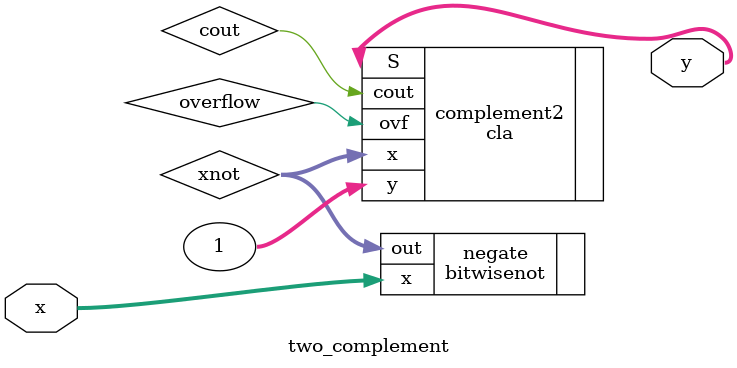
<source format=v>
module alu(data_operandA, data_operandB, ctrl_ALUopcode, ctrl_shiftamt, data_result, isNotEqual, isLessThan, overflow);
        
    input [31:0] data_operandA, data_operandB;
    input [4:0] ctrl_ALUopcode, ctrl_shiftamt;

    output [31:0] data_result;
    output isNotEqual, isLessThan, overflow;

    // add your code here:

    // calculations
    wire [31:0] addw,subw,andw,orw,sllw,sraw;
    wire cout_add, cout_sub;
    wire ovfadd,ovfsub;

    //addition
    cla addi(
        .S(addw),
        .cout(cout_add),
        .ovf(ovfadd),
        .x(data_operandA),
        .y(data_operandB)
    );

    //subtraction
    wire [31:0] subtractor;
    two_complement negativenum(
        .y(subtractor),
        .x(data_operandB)
    );
    cla subi(
        .S(subw),
        .cout(cout_sub),
        .ovf(ovfsub),
        .x(data_operandA),
        .y(subtractor)
    );


    // bitwise AND
    bitwiseand andbit(
        .out(andw),
        .x(data_operandA),
        .y(data_operandB)
    );

    //bitwise OR
    bitwiseor orbit(
        .out(orw),
        .x(data_operandA),
        .y(data_operandB)
    );

    // sll
    sll logicleftshift(
        .out(sllw), 
        .x(data_operandA), 
        .shamt(ctrl_shiftamt)
    );

    // sra
    sra arithrightshift(
        .out(sraw), 
        .x(data_operandA), 
        .shamt(ctrl_shiftamt)
    );


    mux_8_1 opcode(
        .out(data_result), 
        .select(ctrl_ALUopcode[2:0]), 
        .in0(addw),  // 0: add
        .in1(subw),  // 1: sub
        .in2(andw),  // 2: and
        .in3(orw),   // 3: or
        .in4(sllw),  // 4: sll
        .in5(sraw),  // 5: sra
        .in6(32'b0), // 6: zero
        .in7(32'b0)  // 7: zero
    );

    assign isNotEqual = (subw != 32'b0); // not equal if the subtraction is different from zero
    wire notsubwMSB;
    not nott(notsubwMSB,subw[31]);
    assign overflow = (ctrl_ALUopcode == 5'b00001) ? ovfsub : (ctrl_ALUopcode == 5'b00000) ? ovfadd : 1'b0;
    assign isLessThan = ovfsub? notsubwMSB: subw[31];

endmodule

module two_complement(y,x);
    input [31:0] x;
    output [31:0]y;

    // negate all bits
    wire [31:0] xnot;
    wire overflow,cout; 
    bitwisenot negate(
        .out(xnot),
        .x(x)
    );

    cla complement2(
        .S(y),
        .cout(cout),
        .ovf(overflow),
        .x(xnot),
        .y(32'b1)
    );
endmodule
</source>
